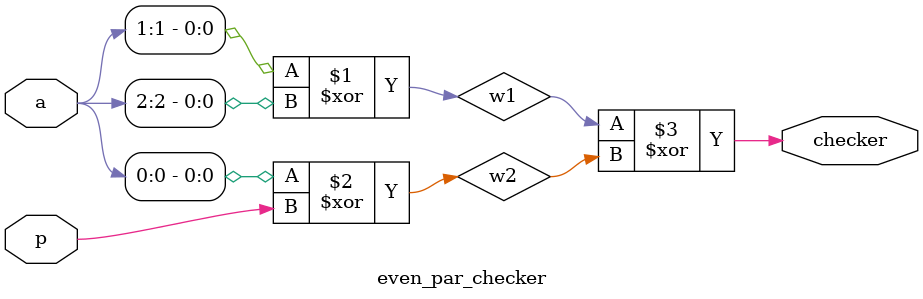
<source format=v>
module even_par_checker(checker,a,p);
    input [2:0] a;
    input p;
    output checker;
    wire w1,w2;
    xor a1(w1,a[1],a[2]);
    xor a2(w2,a[0],p);
    xor a3(checker,w1,w2);
  endmodule

</source>
